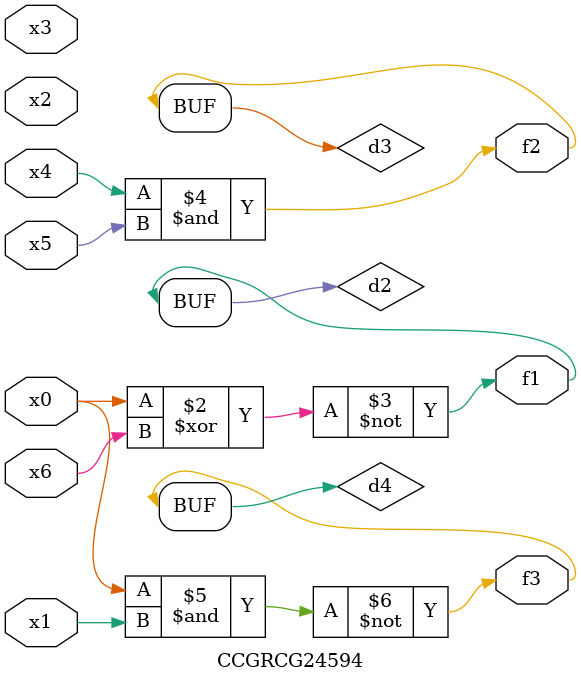
<source format=v>
module CCGRCG24594(
	input x0, x1, x2, x3, x4, x5, x6,
	output f1, f2, f3
);

	wire d1, d2, d3, d4;

	nor (d1, x0);
	xnor (d2, x0, x6);
	and (d3, x4, x5);
	nand (d4, x0, x1);
	assign f1 = d2;
	assign f2 = d3;
	assign f3 = d4;
endmodule

</source>
